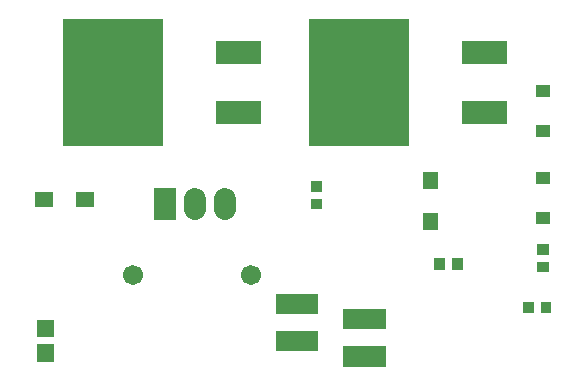
<source format=gts>
G04 Layer: TopSolderMaskLayer*
G04 EasyEDA v6.4.32, 2022-06-17 11:56:41*
G04 Gerber Generator version 0.2*
G04 Scale: 100 percent, Rotated: No, Reflected: No *
G04 Dimensions in millimeters *
G04 leading zeros omitted , absolute positions ,4 integer and 5 decimal *
%FSLAX45Y45*%
%MOMM*%

%ADD29C,1.9016*%
%ADD31R,3.6016X1.7016*%
%ADD35C,1.7016*%

%LPD*%
D29*
X2349500Y5133182D02*
G01*
X2349500Y5053182D01*
X2603525Y5132191D02*
G01*
X2603525Y5052192D01*
G36*
X1006855Y3964431D02*
G01*
X1006855Y4115562D01*
X1152144Y4115562D01*
X1152144Y3964431D01*
G37*
G36*
X1006855Y3758437D02*
G01*
X1006855Y3909568D01*
X1152144Y3909568D01*
X1152144Y3758437D01*
G37*
G36*
X3604513Y3717289D02*
G01*
X3604513Y3887470D01*
X3964686Y3887470D01*
X3964686Y3717289D01*
G37*
G36*
X3604513Y4037329D02*
G01*
X3604513Y4207510D01*
X3964686Y4207510D01*
X3964686Y4037329D01*
G37*
G36*
X3033013Y4164329D02*
G01*
X3033013Y4334510D01*
X3393186Y4334510D01*
X3393186Y4164329D01*
G37*
D31*
G01*
X3213100Y3929405D03*
G36*
X1342897Y5065776D02*
G01*
X1342897Y5195823D01*
X1493265Y5195823D01*
X1493265Y5065776D01*
G37*
G36*
X995934Y5065776D02*
G01*
X995934Y5195823D01*
X1146302Y5195823D01*
X1146302Y5065776D01*
G37*
G36*
X4278375Y4869434D02*
G01*
X4278375Y5019802D01*
X4408424Y5019802D01*
X4408424Y4869434D01*
G37*
G36*
X4278375Y5216397D02*
G01*
X4278375Y5366765D01*
X4408424Y5366765D01*
X4408424Y5216397D01*
G37*
G36*
X5233415Y4921757D02*
G01*
X5233415Y5026913D01*
X5358384Y5026913D01*
X5358384Y4921757D01*
G37*
G36*
X5233415Y5260086D02*
G01*
X5233415Y5365242D01*
X5358384Y5365242D01*
X5358384Y5260086D01*
G37*
G36*
X5233415Y5658357D02*
G01*
X5233415Y5763513D01*
X5358384Y5763513D01*
X5358384Y5658357D01*
G37*
G36*
X5233415Y5996686D02*
G01*
X5233415Y6101842D01*
X5358384Y6101842D01*
X5358384Y5996686D01*
G37*
D35*
G01*
X1824101Y4495800D03*
G01*
X2824099Y4495800D03*
G36*
X2526284Y5772404D02*
G01*
X2526284Y5962395D01*
X2906522Y5962395D01*
X2906522Y5772404D01*
G37*
G36*
X2526284Y6280404D02*
G01*
X2526284Y6470395D01*
X2906522Y6470395D01*
X2906522Y6280404D01*
G37*
G36*
X1227328Y5585968D02*
G01*
X1227328Y6656831D01*
X2077465Y6656831D01*
X2077465Y5585968D01*
G37*
G36*
X4609084Y5772404D02*
G01*
X4609084Y5962395D01*
X4989322Y5962395D01*
X4989322Y5772404D01*
G37*
G36*
X4609084Y6280404D02*
G01*
X4609084Y6470395D01*
X4989322Y6470395D01*
X4989322Y6280404D01*
G37*
G36*
X3310127Y5585968D02*
G01*
X3310127Y6656831D01*
X4160265Y6656831D01*
X4160265Y5585968D01*
G37*
G36*
X5247640Y4665471D02*
G01*
X5247640Y4756150D01*
X5344159Y4756150D01*
X5344159Y4665471D01*
G37*
G36*
X5247640Y4514850D02*
G01*
X5247640Y4605528D01*
X5344159Y4605528D01*
X5344159Y4514850D01*
G37*
G36*
X3329940Y5048250D02*
G01*
X3329940Y5138928D01*
X3426459Y5138928D01*
X3426459Y5048250D01*
G37*
G36*
X3329940Y5198871D02*
G01*
X3329940Y5289550D01*
X3426459Y5289550D01*
X3426459Y5198871D01*
G37*
G36*
X4375150Y4536439D02*
G01*
X4375150Y4632960D01*
X4465827Y4632960D01*
X4465827Y4536439D01*
G37*
G36*
X4525772Y4536439D02*
G01*
X4525772Y4632960D01*
X4616450Y4632960D01*
X4616450Y4536439D01*
G37*
G36*
X5124450Y4168139D02*
G01*
X5124450Y4264660D01*
X5215127Y4264660D01*
X5215127Y4168139D01*
G37*
G36*
X5275072Y4168139D02*
G01*
X5275072Y4264660D01*
X5365750Y4264660D01*
X5365750Y4168139D01*
G37*
G36*
X2000504Y4958079D02*
G01*
X2000504Y5228336D01*
X2190495Y5228336D01*
X2190495Y4958079D01*
G37*
M02*

</source>
